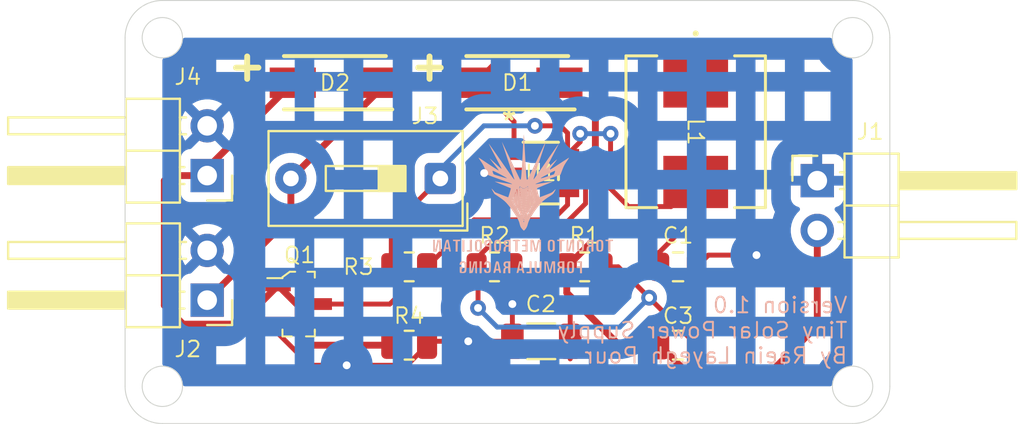
<source format=kicad_pcb>
(kicad_pcb (version 20241229) (generator "pcbnew") (generator_version "9.0")
  (layers (0 "F.Cu" signal) (2 "B.Cu" signal) (13 "F.Paste" user) (15 "B.Paste" user) (5 "F.SilkS" user "F.Silkscreen") (7 "B.SilkS" user "B.Silkscreen") (1 "F.Mask" user) (3 "B.Mask" user) (25 "Edge.Cuts" user))
  (net 0 "")
  (net 1 "GNDD")
  (net 2 "Net-(J3-Pin_1)")
  (net 3 "/OUT_P")
  (net 4 "Net-(U1-FB)")
  (net 5 "Net-(U1-SW)")
  (net 6 "/BAT_P")
  (net 7 "/SOLAR_P")
  (net 8 "Net-(Q1-D)")
  (footprint "Tiny Solar Power Suppy:DIOM5227X270N" (layer "F.Cu") (at 101.6 115.8 180)
    (property "Reference" "D2" (at 0 0 0) (layer "F.SilkS") (effects (font (size 0.8 0.8) (thickness 0.1))))
    (property "Value" "SS14" (hide yes))
    (pad "1" smd rect (at -2.15 0 180) (size 2.35 1.55) (layers "F.Cu" "F.Mask" "F.Paste") (net 6 "/BAT_P"))
    (pad "2" smd rect (at 2.15 0 180) (size 2.35 1.55) (layers "F.Cu" "F.Mask" "F.Paste") (net 7 "/SOLAR_P"))
  )
  (footprint "Capacitor_SMD:C_0805_2012Metric" (layer "F.Cu") (at 119.1 125.2)
    (property "Reference" "C1" (at 0 -1.6 0) (layer "F.SilkS") (effects (font (size 0.8 0.8) (thickness 0.1))))
    (property "Value" "4.7 uF, 50 V, X7R (0805)" (hide yes))
    (pad "1" smd roundrect (at -0.95 0) (size 1 1.45) (layers "F.Cu" "F.Mask" "F.Paste") (net 2 "Net-(J3-Pin_1)"))
    (pad "2" smd roundrect (at 0.95 0) (size 1 1.45) (layers "F.Cu" "F.Mask" "F.Paste") (net 1 "GNDD"))
  )
  (footprint "Capacitor_SMD:C_1206_3216Metric" (layer "F.Cu") (at 112.125 129 180)
    (property "Reference" "C2" (at 0.025 1.9 0) (layer "F.SilkS") (effects (font (size 0.8 0.8) (thickness 0.1))))
    (property "Value" "22 uF, 10 V X7R. (1206)" (hide yes))
    (pad "1" smd roundrect (at -1.475 0 180) (size 1.15 1.8) (layers "F.Cu" "F.Mask" "F.Paste") (roundrect_rratio 0.217391) (net 3 "/OUT_P"))
    (pad "2" smd roundrect (at 1.475 0 180) (size 1.15 1.8) (layers "F.Cu" "F.Mask" "F.Paste") (roundrect_rratio 0.217391) (net 1 "GNDD"))
  )
  (footprint "Capacitor_SMD:C_0805_2012Metric" (layer "F.Cu") (at 119.1 129.2)
    (property "Reference" "C3" (at 0 -1.5 0) (layer "F.SilkS") (effects (font (size 0.8 0.8) (thickness 0.1))))
    (property "Value" "10 pF, 50 V, X7R (0805)" (hide yes))
    (pad "1" smd roundrect (at -0.95 0) (size 1 1.45) (layers "F.Cu" "F.Mask" "F.Paste") (net 3 "/OUT_P"))
    (pad "2" smd roundrect (at 0.95 0) (size 1 1.45) (layers "F.Cu" "F.Mask" "F.Paste") (net 4 "Net-(U1-FB)"))
  )
  (footprint "Resistor_SMD:R_0805_2012Metric" (layer "F.Cu") (at 109.7375 125.2)
    (property "Reference" "R2" (at 0 -1.6 0) (layer "F.SilkS") (effects (font (size 0.8 0.8) (thickness 0.1))))
    (property "Value" "604 kOhm, 1%" (hide yes))
    (pad "1" smd roundrect (at -0.9125 0) (size 1.025 1.4) (layers "F.Cu" "F.Mask" "F.Paste") (roundrect_rratio 0.243902) (net 4 "Net-(U1-FB)"))
    (pad "2" smd roundrect (at 0.9125 0) (size 1.025 1.4) (layers "F.Cu" "F.Mask" "F.Paste") (roundrect_rratio 0.243902) (net 1 "GNDD"))
  )
  (footprint "Connector_PinHeader_2.54mm:PinHeader_1x02_P2.54mm_Horizontal" (layer "F.Cu") (at 95.085 126.9 180)
    (property "Reference" "J2" (at 0.985 -2.5 0) (layer "F.SilkS") (effects (font (size 0.8 0.8) (thickness 0.1))))
    (property "Value" "Conn_01x02_Pin" (hide yes))
    (pad "1" thru_hole rect (at 0 0 180) (size 1.7 1.7) (drill 1) (layers "*.Cu" "*.Mask") (net 6 "/BAT_P"))
    (pad "2" thru_hole circle (at 0 2.54 180) (size 1.7 1.7) (drill 1) (layers "*.Cu" "*.Mask") (net 1 "GNDD"))
  )
  (footprint "Resistor_SMD:R_0805_2012Metric" (layer "F.Cu") (at 114.3375 125.2)
    (property "Reference" "R1" (at 0 -1.6 0) (layer "F.SilkS") (effects (font (size 0.8 0.8) (thickness 0.1))))
    (property "Value" "1 MOhm" (hide yes))
    (pad "1" smd roundrect (at -0.9125 0) (size 1.025 1.4) (layers "F.Cu" "F.Mask" "F.Paste") (roundrect_rratio 0.243902) (net 3 "/OUT_P"))
    (pad "2" smd roundrect (at 0.9125 0) (size 1.025 1.4) (layers "F.Cu" "F.Mask" "F.Paste") (roundrect_rratio 0.243902) (net 4 "Net-(U1-FB)"))
  )
  (footprint "Tiny Solar Power Suppy:DIOM5227X270N" (layer "F.Cu") (at 110.9 115.8 180)
    (property "Reference" "D1" (at 0 0 0) (layer "F.SilkS") (effects (font (size 0.8 0.8) (thickness 0.1))))
    (property "Value" "SS14" (hide yes))
    (pad "1" smd rect (at -2.15 0 180) (size 2.35 1.55) (layers "F.Cu" "F.Mask" "F.Paste") (net 3 "/OUT_P"))
    (pad "2" smd rect (at 2.15 0 180) (size 2.35 1.55) (layers "F.Cu" "F.Mask" "F.Paste") (net 5 "Net-(U1-SW)"))
  )
  (footprint "Tiny Solar Power Suppy:SOT23-5_1P55X2P9_DIO" (layer "F.Cu") (at 112.1 120.4125)
    (property "Reference" "U1" (at 0 0 0) (layer "F.SilkS") (effects (font (size 0.8 0.8) (thickness 0.1))))
    (property "Value" "AP3015AKTR-G1" (hide yes))
    (fp_text user "*" (at -1.61925 -2.6518 0) (layer "F.SilkS"))
    (fp_text user "*" (at -1.61925 -2.6518 0) (layer "F.SilkS"))
    (pad "1" smd rect (at -1.36525 -0.950001) (size 1.1811 0.5588) (layers "F.Cu" "F.Mask" "F.Paste") (net 5 "Net-(U1-SW)"))
    (pad "2" smd rect (at -1.36525 0) (size 1.1811 0.5588) (layers "F.Cu" "F.Mask" "F.Paste") (net 1 "GNDD"))
    (pad "3" smd rect (at -1.36525 0.950001) (size 1.1811 0.5588) (layers "F.Cu" "F.Mask" "F.Paste") (net 4 "Net-(U1-FB)"))
    (pad "4" smd rect (at 1.36525 0.950001) (size 1.1811 0.5588) (layers "F.Cu" "F.Mask" "F.Paste") (net 8 "Net-(Q1-D)"))
    (pad "5" smd rect (at 1.36525 -0.950001) (size 1.1811 0.5588) (layers "F.Cu" "F.Mask" "F.Paste") (net 2 "Net-(J3-Pin_1)"))
  )
  (footprint "Resistor_SMD:R_0805_2012Metric" (layer "F.Cu") (at 105.3875 125.2)
    (property "Reference" "R3" (at -2.5875 0 0) (layer "F.SilkS") (effects (font (size 0.8 0.8) (thickness 0.1))))
    (property "Value" "10 kOhm" (hide yes))
    (pad "1" smd roundrect (at -0.9125 0) (size 1.025 1.4) (layers "F.Cu" "F.Mask" "F.Paste") (roundrect_rratio 0.243902) (net 2 "Net-(J3-Pin_1)"))
    (pad "2" smd roundrect (at 0.9125 0) (size 1.025 1.4) (layers "F.Cu" "F.Mask" "F.Paste") (roundrect_rratio 0.243902) (net 8 "Net-(Q1-D)"))
  )
  (footprint "Tiny Solar Power Suppy:IND_ASPI-0630LR_ABR" (layer "F.Cu") (at 120 118.3 -90)
    (property "Reference" "L1" (at 0 0 270) (layer "F.SilkS") (effects (font (size 0.8 0.8) (thickness 0.1))))
    (property "Value" "ASPI-0630LR-100M-T15" (hide yes))
    (pad "1" smd rect (at -2.5654 0) (size 3.302 2.667) (layers "F.Cu" "F.Mask" "F.Paste") (net 5 "Net-(U1-SW)"))
    (pad "2" smd rect (at 2.5654 0) (size 3.302 2.667) (layers "F.Cu" "F.Mask" "F.Paste") (net 2 "Net-(J3-Pin_1)"))
  )
  (footprint "Resistor_SMD:R_0805_2012Metric" (layer "F.Cu") (at 105.3875 129.2)
    (property "Reference" "R4" (at 0 -1.5 0) (layer "F.SilkS") (effects (font (size 0.8 0.8) (thickness 0.1))))
    (property "Value" "1 MOhm" (hide yes))
    (pad "1" smd roundrect (at -0.9125 0) (size 1.025 1.4) (layers "F.Cu" "F.Mask" "F.Paste") (roundrect_rratio 0.243902) (net 7 "/SOLAR_P"))
    (pad "2" smd roundrect (at 0.9125 0) (size 1.025 1.4) (layers "F.Cu" "F.Mask" "F.Paste") (roundrect_rratio 0.243902) (net 1 "GNDD"))
  )
  (footprint "Button_Switch_THT:SW_DIP_SPSTx01_Slide_9.78x4.72mm_W7.62mm_P2.54mm" (layer "F.Cu") (at 106.975 120.6875 180)
    (property "Reference" "J3" (at 0.775 3.1875 0) (layer "F.SilkS") (effects (font (size 0.8 0.8) (thickness 0.1))))
    (property "Value" "Conn_01x02_Pin" (hide yes))
    (pad "1" thru_hole roundrect (at 0 0 180) (size 1.6 1.6) (drill 0.8) (layers "*.Cu" "*.Mask") (roundrect_rratio 0.15625) (net 2 "Net-(J3-Pin_1)"))
    (pad "2" thru_hole circle (at 7.62 0 180) (size 1.6 1.6) (drill 0.8) (layers "*.Cu" "*.Mask") (net 6 "/BAT_P"))
  )
  (footprint "Connector_PinHeader_2.54mm:PinHeader_1x02_P2.54mm_Horizontal" (layer "F.Cu") (at 126.2 120.8)
    (property "Reference" "J1" (at 2.7 -2.5 0) (layer "F.SilkS") (effects (font (size 0.8 0.8) (thickness 0.1))))
    (property "Value" "Conn_01x02_Pin" (hide yes))
    (pad "1" thru_hole rect (at 0 0) (size 1.7 1.7) (drill 1) (layers "*.Cu" "*.Mask") (net 1 "GNDD"))
    (pad "2" thru_hole circle (at 0 2.54) (size 1.7 1.7) (drill 1) (layers "*.Cu" "*.Mask") (net 3 "/OUT_P"))
  )
  (footprint "digikey-footprints:SOT-23-3" (layer "F.Cu") (at 99.75 127.1)
    (property "Reference" "Q1" (at 0.05 -2.5 0) (layer "F.SilkS") (effects (font (size 0.8 0.8) (thickness 0.1))))
    (property "Value" "2N7002" (hide yes))
    (pad "1" smd rect (at -1.05 -0.95) (size 1.3 0.6) (layers "F.Cu" "F.Mask" "F.Paste") (net 7 "/SOLAR_P"))
    (pad "2" smd rect (at -1.05 0.95) (size 1.3 0.6) (layers "F.Cu" "F.Mask" "F.Paste") (net 1 "GNDD"))
    (pad "3" smd rect (at 1.05 0) (size 1.3 0.6) (layers "F.Cu" "F.Mask" "F.Paste") (net 8 "Net-(Q1-D)"))
  )
  (footprint "Connector_PinHeader_2.54mm:PinHeader_1x02_P2.54mm_Horizontal" (layer "F.Cu") (at 95.085 120.54 180)
    (property "Reference" "J4" (at 0.985 5.04 0) (layer "F.SilkS") (effects (font (size 0.8 0.8) (thickness 0.1))))
    (property "Value" "Conn_01x02_Pin" (hide yes))
    (pad "1" thru_hole rect (at 0 0 180) (size 1.7 1.7) (drill 1) (layers "*.Cu" "*.Mask") (net 7 "/SOLAR_P"))
    (pad "2" thru_hole circle (at 0 2.54 180) (size 1.7 1.7) (drill 1) (layers "*.Cu" "*.Mask") (net 1 "GNDD"))
  )
  (footprint "Breadboard Power Supply:TMFR" (layer "B.Cu") (at 111.082641 122.311784 180)
    (property "Reference" "G***" (hide yes))
    (property "Value" "LOGO" (hide yes))
  )
  (gr_arc (start 90.9 113.5) (mid 91.456497 112.156497) (end 92.8 111.6) (stroke (width 0.05)) (layer "Edge.Cuts"))
  (gr_line (start 90.9 131.3) (end 90.9 113.5) (stroke (width 0.05)) (layer "Edge.Cuts"))
  (gr_line (start 92.8 111.6) (end 128 111.6) (stroke (width 0.05)) (layer "Edge.Cuts"))
  (gr_arc (start 128 111.6) (mid 129.343503 112.156497) (end 129.9 113.5) (stroke (width 0.05)) (layer "Edge.Cuts"))
  (gr_arc (start 92.8 133.2) (mid 91.456497 132.643503) (end 90.9 131.3) (stroke (width 0.05)) (layer "Edge.Cuts"))
  (gr_circle (center 92.8 131.3) (end 93.3 132.2) (stroke (width 0.05)) (fill no) (layer "Edge.Cuts"))
  (gr_arc (start 129.9 131.3) (mid 129.343503 132.643503) (end 128 133.2) (stroke (width 0.05)) (layer "Edge.Cuts"))
  (gr_circle (center 128 131.3) (end 128.5 132.2) (stroke (width 0.05)) (fill no) (layer "Edge.Cuts"))
  (gr_line (start 129.9 113.5) (end 129.9 131.3) (stroke (width 0.05)) (layer "Edge.Cuts"))
  (gr_line (start 128 133.2) (end 92.8 133.2) (stroke (width 0.05)) (layer "Edge.Cuts"))
  (gr_circle (center 92.8 113.5) (end 93.3 114.4) (stroke (width 0.05)) (fill no) (layer "Edge.Cuts"))
  (gr_circle (center 128 113.5) (end 128.5 114.4) (stroke (width 0.05)) (fill no) (layer "Edge.Cuts"))
  (gr_text "+" (at 96 115.8 0) (layer "F.SilkS") (effects (font (size 1.5 1.5) (thickness 0.3) (bold yes)) (justify left bottom)))
  (gr_text "+" (at 105.3 115.8 0) (layer "F.SilkS") (effects (font (size 1.5 1.5) (thickness 0.3) (bold yes)) (justify left bottom)))
  (gr_text "Version 1.0\nTiny Solar Power Supply\nBy Raein Layegh Pour" (at 127.8 130.2 0) (layer "B.SilkS") (effects (font (size 0.8 0.8) (thickness 0.1)) (justify left bottom mirror)))
  (segment (start 120.65 124.6) (end 123.1 124.6) (width 0.25) (layer "F.Cu") (net 1))
  (segment (start 105.274 130.226) (end 106.3 129.2) (width 0.25) (layer "F.Cu") (net 1))
  (segment (start 98.7 128.05) (end 98.7 128.6) (width 0.25) (layer "F.Cu") (net 1))
  (segment (start 108.4 129) (end 106.5 129) (width 0.25) (layer "F.Cu") (net 1))
  (segment (start 98.7 128.6) (end 100.326 130.226) (width 0.25) (layer "F.Cu") (net 1))
  (segment (start 106.5 129) (end 106.3 129.2) (width 0.25) (layer "F.Cu") (net 1))
  (segment (start 123.1 124.6) (end 123.2 124.6) (width 0.25) (layer "F.Cu") (net 1))
  (segment (start 110.65 129) (end 108.4 129) (width 0.25) (layer "F.Cu") (net 1))
  (segment (start 110.65 129) (end 110.65 127.1) (width 0.25) (layer "F.Cu") (net 1))
  (segment (start 110.65 127.1) (end 110.65 125.2) (width 0.25) (layer "F.Cu") (net 1))
  (segment (start 102.2 130.226) (end 105.274 130.226) (width 0.25) (layer "F.Cu") (net 1))
  (segment (start 120.05 125.2) (end 120.65 124.6) (width 0.25) (layer "F.Cu") (net 1))
  (segment (start 110.73475 120.4125) (end 109.2125 120.4125) (width 0.25) (layer "F.Cu") (net 1))
  (segment (start 100.326 130.226) (end 102.2 130.226) (width 0.25) (layer "F.Cu") (net 1))
  (via (at 109.2125 120.4125) (size 0.8) (drill 0.4) (layers "F.Cu" "B.Cu") (net 1))
  (via (at 108.4 129) (size 0.8) (drill 0.4) (layers "F.Cu" "B.Cu") (net 1))
  (via (at 110.65 127.1) (size 0.8) (drill 0.4) (layers "F.Cu" "B.Cu") (net 1))
  (via (at 102.2 130.226) (size 0.8) (drill 0.4) (layers "F.Cu" "B.Cu") (net 1))
  (via (at 123.1 124.6) (size 0.8) (drill 0.4) (layers "F.Cu" "B.Cu") (net 1))
  (segment (start 113.1 118) (end 111.8 118) (width 0.25) (layer "F.Cu") (net 2))
  (segment (start 113.46525 119.462499) (end 113.46525 118.36525) (width 0.25) (layer "F.Cu") (net 2))
  (segment (start 118.15 125.2) (end 118.15 124.45) (width 0.25) (layer "F.Cu") (net 2))
  (segment (start 104.475 125.2) (end 104.475 123.1875) (width 0.25) (layer "F.Cu") (net 2))
  (segment (start 118.7437 122.1217) (end 116.569608 122.1217) (width 0.25) (layer "F.Cu") (net 2))
  (segment (start 118.15 124.45) (end 120 122.6) (width 0.25) (layer "F.Cu") (net 2))
  (segment (start 104.475 123.1875) (end 106.975 120.6875) (width 0.25) (layer "F.Cu") (net 2))
  (segment (start 114.1078 118.819949) (end 113.46525 119.462499) (width 0.25) (layer "F.Cu") (net 2))
  (segment (start 120 120.8654) (end 118.7437 122.1217) (width 0.25) (layer "F.Cu") (net 2))
  (segment (start 115.6578 121.209892) (end 115.6578 118.4) (width 0.25) (layer "F.Cu") (net 2))
  (segment (start 113.46525 118.36525) (end 113.1 118) (width 0.25) (layer "F.Cu") (net 2))
  (segment (start 114.1078 118.4) (end 114.1078 118.819949) (width 0.25) (layer "F.Cu") (net 2))
  (segment (start 120 122.6) (end 120 120.8654) (width 0.25) (layer "F.Cu") (net 2))
  (segment (start 116.569608 122.1217) (end 115.6578 121.209892) (width 0.25) (layer "F.Cu") (net 2))
  (via (at 111.8 118) (size 0.8) (drill 0.4) (layers "F.Cu" "B.Cu") (net 2))
  (via (at 114.1078 118.4) (size 0.8) (drill 0.4) (layers "F.Cu" "B.Cu") (net 2))
  (via (at 115.6578 118.4) (size 0.8) (drill 0.4) (layers "F.Cu" "B.Cu") (net 2))
  (segment (start 115.6578 118.4) (end 114.1078 118.4) (width 0.25) (layer "B.Cu") (net 2))
  (segment (start 109.2 118) (end 106.975 120.225) (width 0.25) (layer "B.Cu") (net 2))
  (segment (start 106.975 120.225) (end 106.975 120.6875) (width 0.25) (layer "B.Cu") (net 2))
  (segment (start 111.8 118) (end 109.2 118) (width 0.25) (layer "B.Cu") (net 2))
  (segment (start 119.65 130.7) (end 118.15 129.2) (width 0.35) (layer "F.Cu") (net 3))
  (segment (start 112.8 125.5) (end 113.125 125.5) (width 0.25) (layer "F.Cu") (net 3))
  (segment (start 116.1 129.2) (end 113.425 126.525) (width 0.35) (layer "F.Cu") (net 3))
  (segment (start 113.425 126.525) (end 113.425 125.2) (width 0.35) (layer "F.Cu") (net 3))
  (segment (start 118.15 129.2) (end 116.1 129.2) (width 0.35) (layer "F.Cu") (net 3))
  (segment (start 113.05 115.8) (end 114.8828 117.6328) (width 0.35) (layer "F.Cu") (net 3))
  (segment (start 113.6 129) (end 113.6 129.9) (width 0.25) (layer "F.Cu") (net 3))
  (segment (start 112.8 126.6) (end 112.8 125.5) (width 0.25) (layer "F.Cu") (net 3))
  (segment (start 113.125 125.5) (end 113.425 125.2) (width 0.25) (layer "F.Cu") (net 3))
  (segment (start 126.2 123.34) (end 126.2 128.2) (width 0.35) (layer "F.Cu") (net 3))
  (segment (start 114.8828 123.7422) (end 113.425 125.2) (width 0.35) (layer "F.Cu") (net 3))
  (segment (start 123.7 130.7) (end 119.65 130.7) (width 0.35) (layer "F.Cu") (net 3))
  (segment (start 114.8828 117.6328) (end 114.8828 123.7422) (width 0.35) (layer "F.Cu") (net 3))
  (segment (start 113.6 127.4) (end 112.8 126.6) (width 0.25) (layer "F.Cu") (net 3))
  (segment (start 113.6 129) (end 113.6 127.4) (width 0.25) (layer "F.Cu") (net 3))
  (segment (start 126.2 128.2) (end 123.7 130.7) (width 0.35) (layer "F.Cu") (net 3))
  (segment (start 108.825 124.775) (end 110 123.6) (width 0.25) (layer "F.Cu") (net 4))
  (segment (start 111.237499 121.362501) (end 110.73475 121.362501) (width 0.25) (layer "F.Cu") (net 4))
  (segment (start 114.3818 121.967901) (end 114.3818 120.757101) (width 0.25) (layer "F.Cu") (net 4))
  (segment (start 111.842899 120.757101) (end 111.237499 121.362501) (width 0.25) (layer "F.Cu") (net 4))
  (segment (start 110 123.6) (end 112.749701 123.6) (width 0.25) (layer "F.Cu") (net 4))
  (segment (start 108.825 125.2) (end 108.825 124.775) (width 0.25) (layer "F.Cu") (net 4))
  (segment (start 108.9 125.275) (end 108.825 125.2) (width 0.25) (layer "F.Cu") (net 4))
  (segment (start 108.9 127.3) (end 108.9 125.275) (width 0.25) (layer "F.Cu") (net 4))
  (segment (start 120.05 129.2) (end 117.625 126.775) (width 0.25) (layer "F.Cu") (net 4))
  (segment (start 116.05 125.2) (end 115.25 125.2) (width 0.25) (layer "F.Cu") (net 4))
  (segment (start 117.625 126.775) (end 116.05 125.2) (width 0.25) (layer "F.Cu") (net 4))
  (segment (start 112.749701 123.6) (end 114.3818 121.967901) (width 0.25) (layer "F.Cu") (net 4))
  (segment (start 114.3818 120.757101) (end 111.842899 120.757101) (width 0.25) (layer "F.Cu") (net 4))
  (via (at 108.9 127.3) (size 0.8) (drill 0.4) (layers "F.Cu" "B.Cu") (net 4))
  (via (at 117.625 126.775) (size 0.8) (drill 0.4) (layers "F.Cu" "B.Cu") (net 4))
  (segment (start 116.125 128.275) (end 109.875 128.275) (width 0.25) (layer "B.Cu") (net 4))
  (segment (start 109.875 128.275) (end 108.9 127.3) (width 0.25) (layer "B.Cu") (net 4))
  (segment (start 117.625 126.775) (end 116.125 128.275) (width 0.25) (layer "B.Cu") (net 4))
  (segment (start 120 115.7346) (end 118.7437 114.4783) (width 0.25) (layer "F.Cu") (net 5))
  (segment (start 110.73475 117.78475) (end 108.75 115.8) (width 0.25) (layer "F.Cu") (net 5))
  (segment (start 110.73475 119.462499) (end 110.73475 117.78475) (width 0.25) (layer "F.Cu") (net 5))
  (segment (start 110.0717 114.4783) (end 108.75 115.8) (width 0.25) (layer "F.Cu") (net 5))
  (segment (start 118.7437 114.4783) (end 110.0717 114.4783) (width 0.25) (layer "F.Cu") (net 5))
  (segment (start 99.355 122.63) (end 99.355 120.6875) (width 0.35) (layer "F.Cu") (net 6))
  (segment (start 95.085 126.9) (end 99.355 122.63) (width 0.35) (layer "F.Cu") (net 6))
  (segment (start 103.75 116.2925) (end 103.75 115.8) (width 0.35) (layer "F.Cu") (net 6))
  (segment (start 99.355 120.6875) (end 103.75 116.2925) (width 0.35) (layer "F.Cu") (net 6))
  (segment (start 104.475 129.2) (end 100.2 129.2) (width 0.35) (layer "F.Cu") (net 7))
  (segment (start 98.7 126.15) (end 96.724 128.126) (width 0.35) (layer "F.Cu") (net 7))
  (segment (start 93.859 128.126) (end 92.9 127.167) (width 0.35) (layer "F.Cu") (net 7))
  (segment (start 92.9 127.167) (end 92.9 120.8) (width 0.35) (layer "F.Cu") (net 7))
  (segment (start 95.085 120.54) (end 95.085 120.165) (width 0.35) (layer "F.Cu") (net 7))
  (segment (start 92.9 120.8) (end 93.16 120.54) (width 0.35) (layer "F.Cu") (net 7))
  (segment (start 100.2 129.2) (end 99.726 128.726) (width 0.35) (layer "F.Cu") (net 7))
  (segment (start 99.726 128.726) (end 99.726 127.176) (width 0.35) (layer "F.Cu") (net 7))
  (segment (start 96.724 128.126) (end 93.859 128.126) (width 0.35) (layer "F.Cu") (net 7))
  (segment (start 99.726 127.176) (end 98.7 126.15) (width 0.35) (layer "F.Cu") (net 7))
  (segment (start 95.085 120.165) (end 99.45 115.8) (width 0.35) (layer "F.Cu") (net 7))
  (segment (start 93.16 120.54) (end 95.085 120.54) (width 0.35) (layer "F.Cu") (net 7))
  (segment (start 100.8 127.1) (end 104.4 127.1) (width 0.25) (layer "F.Cu") (net 8))
  (segment (start 108.7 122.8) (end 112.7 122.8) (width 0.25) (layer "F.Cu") (net 8))
  (segment (start 106.3 125.2) (end 108.7 122.8) (width 0.25) (layer "F.Cu") (net 8))
  (segment (start 113.46525 122.03475) (end 113.46525 121.362501) (width 0.25) (layer "F.Cu") (net 8))
  (segment (start 104.4 127.1) (end 106.3 125.2) (width 0.25) (layer "F.Cu") (net 8))
  (segment (start 112.7 122.8) (end 113.46525 122.03475) (width 0.25) (layer "F.Cu") (net 8))
  (zone (net 1) (net_name "GNDD") (layer "B.Cu") (name "GNDD") (connect_pads (clearance 0.5)) (min_thickness 0.25) (fill yes (mode hatch) (thermal_gap 0.5) (thermal_bridge_width 0.5) (island_removal_mode 1) (island_area_min 10) (hatch_thickness 1) (hatch_gap 1.5) (hatch_orientation 0) (hatch_border_algorithm hatch_thickness) (hatch_min_hole_area 0.3))
    (polygon (pts (xy 92.8 113.5) (xy 92.8 131.3) (xy 128 131.3) (xy 128 113.5)))
  )
)
</source>
